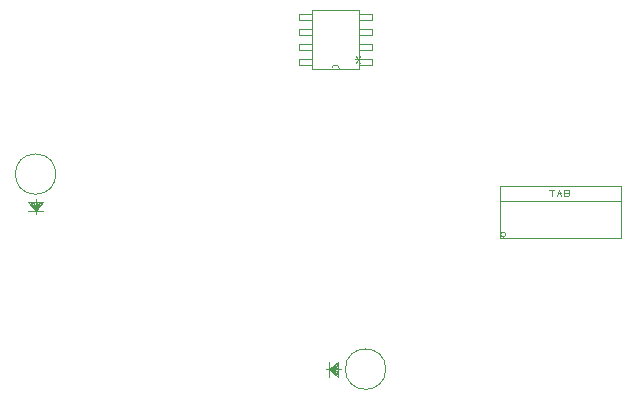
<source format=gbr>
G04 DesignSpark PCB Gerber Version 9.0 Build 5115 *
G04 #@! TF.Part,Single*
G04 #@! TF.FileFunction,Other,power_supply_pcb - Top Documentation *
G04 #@! TF.FilePolarity,Positive *
%FSLAX35Y35*%
%MOIN*%
%ADD11C,0.00100*%
%ADD100C,0.00300*%
X0Y0D02*
D02*
D11*
X52750Y198000D02*
X57750D01*
X53250Y201000D02*
X55250Y198000D01*
X52750Y201000*
X57750*
X55250Y198000*
X54750Y201000*
X53750D02*
X55250Y198000D01*
X54250Y201000*
X55250Y202000D02*
Y197000D01*
Y217000D02*
G75*
G03Y203500J-6750D01*
G01*
G75*
G03Y217000J6750*
G01*
X56250Y201000D02*
X55250Y198000D01*
X55750Y201000*
X57250D02*
X55250Y198000D01*
X56750Y201000*
X147400Y246750D02*
Y248750D01*
X143050*
Y246750*
X147400*
Y251750D02*
Y253750D01*
X143050*
Y251750*
X147400*
Y256750D02*
Y258750D01*
X143050*
Y256750*
X147400*
Y261750D02*
Y263750D01*
X143050*
Y261750*
X147400*
X153000Y147750D02*
Y142750D01*
X156000Y143250D02*
X153000Y145250D01*
X156000Y143750*
Y144250D02*
X153000Y145250D01*
X156000Y144750*
Y146750D02*
X153000Y145250D01*
X156000Y146250*
Y147250D02*
X153000Y145250D01*
X156000Y147750*
Y142750*
X153000Y145250*
X156000Y145750*
X156450Y245400D02*
G75*
G03X154050I-1200D01*
G01*
X157000Y145250D02*
X152000D01*
X163100Y248750D02*
Y246750D01*
X167450*
Y248750*
X163100*
Y253750D02*
Y251750D01*
X167450*
Y253750*
X163100*
Y258750D02*
Y256750D01*
X167450*
Y258750*
X163100*
Y263750D02*
Y261750D01*
X167450*
Y263750*
X163100*
Y265100D02*
X147400D01*
Y245400*
X163100*
Y265100*
X172000Y145250D02*
G75*
G03X158500I-6750D01*
G01*
G75*
G03X172000I6750*
G01*
X210150Y189050D02*
X250350D01*
Y206350*
X210150*
Y189050*
Y201350D02*
X250350D01*
X211950Y190050D02*
G75*
G03X210350I-800D01*
G01*
G75*
G03X211950I800*
G01*
X227281Y203069D02*
Y204944D01*
X226500D02*
X228063D01*
X229000Y203069D02*
X229781Y204944D01*
X230563Y203069*
X229313Y203850D02*
X230250D01*
X232594Y204006D02*
X232906Y203850D01*
X233063Y203537*
X232906Y203225*
X232594Y203069*
X231500*
Y204944*
X232594*
X232906Y204787*
X233063Y204475*
X232906Y204163*
X232594Y204006*
X231500*
D02*
D100*
X164100Y248513D02*
X161600D01*
X163475Y249763D02*
X162225Y247263D01*
X163475D02*
X162225Y249763D01*
X0Y0D02*
M02*

</source>
